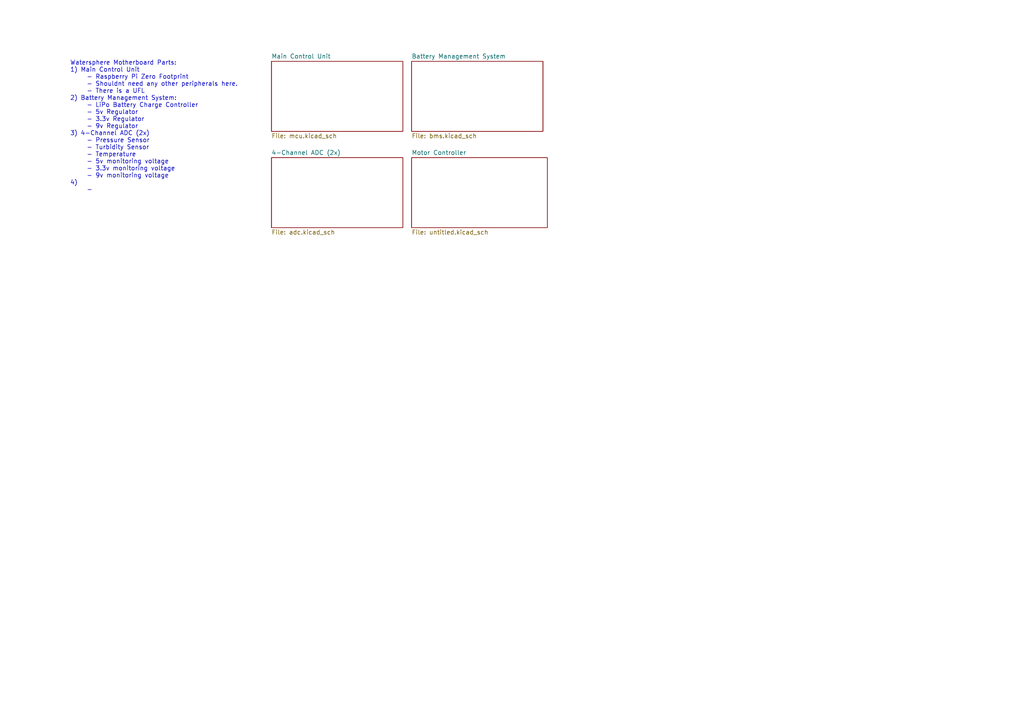
<source format=kicad_sch>
(kicad_sch (version 20230121) (generator eeschema)
  (paper "A4")
  (lib_symbols)
  (text "Watersphere Motherboard Parts:\n1) Main Control Unit\n	- Raspberry Pi Zero Footprint\n	- Shouldnt need any other peripherals here. \n	- There is a UFL\n2) Battery Management System:\n	- LiPo Battery Charge Controller\n	- 5v Regulator\n	- 3.3v Regulator\n	- 9v Regulator\n3) 4-Channel ADC (2x)\n	- Pressure Sensor\n	- Turbidity Sensor\n	- Temperature\n	- 5v monitoring voltage\n	- 3.3v monitoring voltage\n	- 9v monitoring voltage\n4)\n	-" (at 20.32 55.88 0) (effects (font (size 1.27 1.27)) (justify left bottom)))
  (sheet (at 78.74 45.72) (size 38.1 20.32) (stroke (width 0.1524))
    (property "Sheetname" "4-Channel ADC (2x)" (at 78.74 45.0084 0) (effects (justify left bottom)))
    (property "Sheetfile" "adc.kicad_sch" (at 78.74 66.6246 0) (effects (justify left top)))
  )
  (sheet (at 78.74 17.78) (size 38.1 20.32) (stroke (width 0.1524))
    (property "Sheetname" "Main Control Unit" (at 78.74 17.0684 0) (effects (justify left bottom)))
    (property "Sheetfile" "mcu.kicad_sch" (at 78.74 38.6846 0) (effects (justify left top)))
  )
  (sheet (at 119.38 45.72) (size 39.37 20.32) (stroke (width 0.1524))
    (property "Sheetname" "Motor Controller" (at 119.38 45.0084 0) (effects (justify left bottom)))
    (property "Sheetfile" "untitled.kicad_sch" (at 119.38 66.6246 0) (effects (justify left top)))
  )
  (sheet (at 119.38 17.78) (size 38.1 20.32) (stroke (width 0.1524))
    (property "Sheetname" "Battery Management System" (at 119.38 17.0684 0) (effects (justify left bottom)))
    (property "Sheetfile" "bms.kicad_sch" (at 119.38 38.6846 0) (effects (justify left top)))
  )
)
</source>
